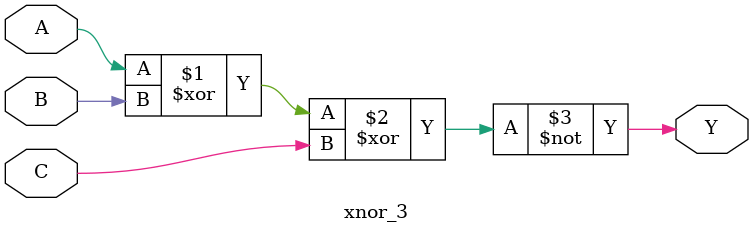
<source format=v>
`timescale 1ns / 1ps

module xnor_3(
    input A, B, C,
    output Y
);

assign Y = ~(A ^ B ^ C);

endmodule

</source>
